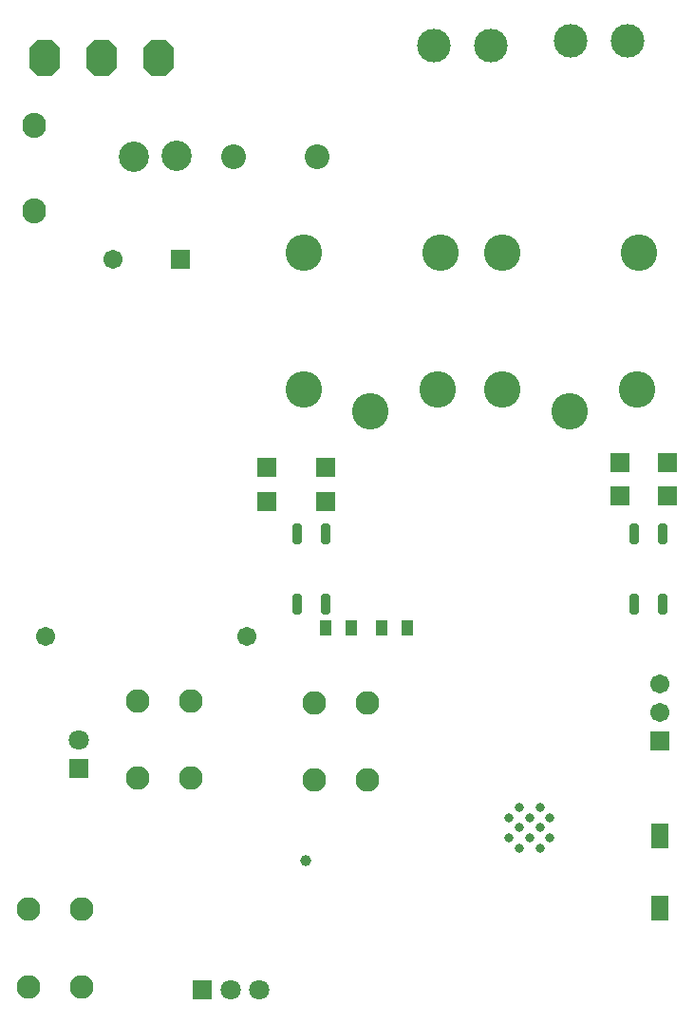
<source format=gbs>
G04*
G04 #@! TF.GenerationSoftware,Altium Limited,Altium Designer,21.3.2 (30)*
G04*
G04 Layer_Color=16711935*
%FSTAX24Y24*%
%MOIN*%
G70*
G04*
G04 #@! TF.SameCoordinates,FE128C83-0F67-4140-98D3-9062B7FE4468*
G04*
G04*
G04 #@! TF.FilePolarity,Negative*
G04*
G01*
G75*
%ADD40R,0.0434X0.0552*%
%ADD51C,0.0671*%
%ADD52R,0.0671X0.0671*%
%ADD53C,0.0867*%
G04:AMPARAMS|DCode=54|XSize=106.4mil|YSize=126.1mil|CornerRadius=0mil|HoleSize=0mil|Usage=FLASHONLY|Rotation=180.000|XOffset=0mil|YOffset=0mil|HoleType=Round|Shape=Octagon|*
%AMOCTAGOND54*
4,1,8,0.0266,-0.0631,-0.0266,-0.0631,-0.0532,-0.0364,-0.0532,0.0364,-0.0266,0.0631,0.0266,0.0631,0.0532,0.0364,0.0532,-0.0364,0.0266,-0.0631,0.0*
%
%ADD54OCTAGOND54*%

%ADD55O,0.0830X0.0880*%
%ADD56C,0.0710*%
%ADD57R,0.0710X0.0710*%
%ADD58C,0.1064*%
%ADD59R,0.0710X0.0710*%
%ADD60C,0.1180*%
%ADD61C,0.1280*%
%ADD62C,0.0830*%
%ADD63C,0.0316*%
%ADD64C,0.0395*%
G04:AMPARAMS|DCode=85|XSize=73.4mil|YSize=31.2mil|CornerRadius=6.9mil|HoleSize=0mil|Usage=FLASHONLY|Rotation=270.000|XOffset=0mil|YOffset=0mil|HoleType=Round|Shape=RoundedRectangle|*
%AMROUNDEDRECTD85*
21,1,0.0734,0.0174,0,0,270.0*
21,1,0.0595,0.0312,0,0,270.0*
1,1,0.0138,-0.0087,-0.0298*
1,1,0.0138,-0.0087,0.0298*
1,1,0.0138,0.0087,0.0298*
1,1,0.0138,0.0087,-0.0298*
%
%ADD85ROUNDEDRECTD85*%
%ADD86R,0.0631X0.0867*%
%ADD87R,0.0710X0.0671*%
D40*
X011122Y013386D02*
D03*
X012022D02*
D03*
X013091D02*
D03*
X013991D02*
D03*
D51*
X022835Y011417D02*
D03*
Y010417D02*
D03*
X00128Y013071D02*
D03*
X008366D02*
D03*
X003642Y026299D02*
D03*
D52*
X022835Y009417D02*
D03*
X006004Y026299D02*
D03*
D53*
X007874Y029921D02*
D03*
X010827D02*
D03*
D54*
X005248Y033394D02*
D03*
X003248D02*
D03*
X001248D02*
D03*
D55*
X000886Y031004D02*
D03*
Y028004D02*
D03*
D56*
X002461Y009449D02*
D03*
X008776Y000689D02*
D03*
X007776D02*
D03*
D57*
X002461Y008449D02*
D03*
D58*
X005868Y029931D02*
D03*
X004368Y029911D02*
D03*
D59*
X006776Y000689D02*
D03*
D60*
X019732Y033976D02*
D03*
X021732D02*
D03*
X016921Y033819D02*
D03*
X014921D02*
D03*
D61*
X012697Y020965D02*
D03*
X010335Y026555D02*
D03*
X015135D02*
D03*
X010335Y021752D02*
D03*
X015059D02*
D03*
X022047D02*
D03*
X017323D02*
D03*
X022123Y026555D02*
D03*
X017323D02*
D03*
X019685Y020965D02*
D03*
D62*
X010718Y01076D02*
D03*
X012598Y00805D02*
D03*
X010718D02*
D03*
X012598Y01076D02*
D03*
X006398Y008117D02*
D03*
X004518Y010827D02*
D03*
X006398D02*
D03*
X004518Y008117D02*
D03*
X000679Y003497D02*
D03*
X002559Y000787D02*
D03*
X000679D02*
D03*
X002559Y003497D02*
D03*
D63*
X017912Y007087D02*
D03*
X018635D02*
D03*
X017551Y006725D02*
D03*
X018274D02*
D03*
X018996D02*
D03*
X017912Y006364D02*
D03*
X018635D02*
D03*
X017551Y006003D02*
D03*
X018274D02*
D03*
X018996D02*
D03*
X017912Y005642D02*
D03*
X018635D02*
D03*
D64*
X010433Y005217D02*
D03*
D85*
X01013Y016683D02*
D03*
X01113D02*
D03*
Y014222D02*
D03*
X01013D02*
D03*
X021941D02*
D03*
X022941D02*
D03*
Y016683D02*
D03*
X021941D02*
D03*
D86*
X022835Y003543D02*
D03*
Y006063D02*
D03*
D87*
X02313Y019193D02*
D03*
Y018012D02*
D03*
X021457Y019193D02*
D03*
Y018012D02*
D03*
X009055Y018996D02*
D03*
Y017815D02*
D03*
X011122Y018996D02*
D03*
Y017815D02*
D03*
M02*

</source>
